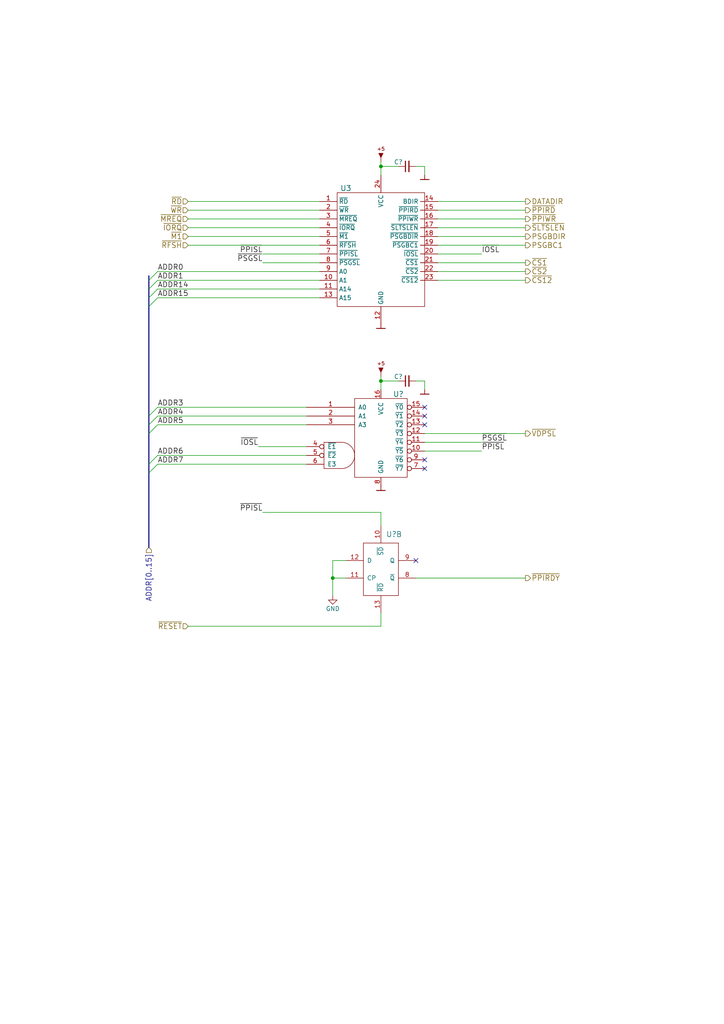
<source format=kicad_sch>
(kicad_sch (version 20211123) (generator eeschema)

  (uuid a6c7f556-10bb-4a6d-b61b-a732ec6fa5cc)

  (paper "A4" portrait)

  (lib_symbols
    (symbol "artemisa:74HC138" (pin_names (offset 1.016)) (in_bom yes) (on_board yes)
      (property "Reference" "U" (id 0) (at 5.08 12.7 0)
        (effects (font (size 1.524 1.524)))
      )
      (property "Value" "74HC138" (id 1) (at 6.35 -12.7 0)
        (effects (font (size 1.524 1.524)))
      )
      (property "Footprint" "" (id 2) (at -21.59 -2.54 90)
        (effects (font (size 1.524 1.524)) hide)
      )
      (property "Datasheet" "" (id 3) (at -21.59 -2.54 90)
        (effects (font (size 1.524 1.524)) hide)
      )
      (symbol "74HC138_0_1"
        (arc (start -11.43 -8.89) (mid -7.62 -5.08) (end -11.43 -1.27)
          (stroke (width 0) (type default) (color 0 0 0 0))
          (fill (type none))
        )
        (rectangle (start -7.62 11.43) (end 7.62 -11.43)
          (stroke (width 0) (type default) (color 0 0 0 0))
          (fill (type none))
        )
        (polyline
          (pts
            (xy -16.51 -1.27)
            (xy -11.43 -1.27)
          )
          (stroke (width 0) (type default) (color 0 0 0 0))
          (fill (type none))
        )
        (polyline
          (pts
            (xy -16.51 -1.27)
            (xy -16.51 -8.89)
            (xy -11.43 -8.89)
          )
          (stroke (width 0) (type default) (color 0 0 0 0))
          (fill (type none))
        )
      )
      (symbol "74HC138_1_1"
        (pin input line (at -21.59 8.89 0) (length 13.97)
          (name "A0" (effects (font (size 1.27 1.27))))
          (number "1" (effects (font (size 1.27 1.27))))
        )
        (pin output inverted (at 12.7 -3.81 180) (length 5.08)
          (name "~{Y5}" (effects (font (size 1.27 1.27))))
          (number "10" (effects (font (size 1.27 1.27))))
        )
        (pin output inverted (at 12.7 -1.27 180) (length 5.08)
          (name "~{Y4}" (effects (font (size 1.27 1.27))))
          (number "11" (effects (font (size 1.27 1.27))))
        )
        (pin output inverted (at 12.7 1.27 180) (length 5.08)
          (name "~{Y3}" (effects (font (size 1.27 1.27))))
          (number "12" (effects (font (size 1.27 1.27))))
        )
        (pin output inverted (at 12.7 3.81 180) (length 5.08)
          (name "~{Y2}" (effects (font (size 1.27 1.27))))
          (number "13" (effects (font (size 1.27 1.27))))
        )
        (pin output inverted (at 12.7 6.35 180) (length 5.08)
          (name "~{Y1}" (effects (font (size 1.27 1.27))))
          (number "14" (effects (font (size 1.27 1.27))))
        )
        (pin output inverted (at 12.7 8.89 180) (length 5.08)
          (name "~{Y0}" (effects (font (size 1.27 1.27))))
          (number "15" (effects (font (size 1.27 1.27))))
        )
        (pin power_in line (at 0 13.97 270) (length 2.54)
          (name "VCC" (effects (font (size 1.27 1.27))))
          (number "16" (effects (font (size 1.27 1.27))))
        )
        (pin input line (at -21.59 6.35 0) (length 13.97)
          (name "A1" (effects (font (size 1.27 1.27))))
          (number "2" (effects (font (size 1.27 1.27))))
        )
        (pin input line (at -21.59 3.81 0) (length 13.97)
          (name "A3" (effects (font (size 1.27 1.27))))
          (number "3" (effects (font (size 1.27 1.27))))
        )
        (pin input inverted (at -21.59 -2.54 0) (length 5.08)
          (name "~{E1}" (effects (font (size 1.27 1.27))))
          (number "4" (effects (font (size 1.27 1.27))))
        )
        (pin input inverted (at -21.59 -5.08 0) (length 5.08)
          (name "~{E2}" (effects (font (size 1.27 1.27))))
          (number "5" (effects (font (size 1.27 1.27))))
        )
        (pin input line (at -21.59 -7.62 0) (length 5.08)
          (name "E3" (effects (font (size 1.27 1.27))))
          (number "6" (effects (font (size 1.27 1.27))))
        )
        (pin output inverted (at 12.7 -8.89 180) (length 5.08)
          (name "~{Y7}" (effects (font (size 1.27 1.27))))
          (number "7" (effects (font (size 1.27 1.27))))
        )
        (pin power_in line (at 0 -13.97 90) (length 2.54)
          (name "GND" (effects (font (size 1.27 1.27))))
          (number "8" (effects (font (size 1.27 1.27))))
        )
        (pin output inverted (at 12.7 -6.35 180) (length 5.08)
          (name "~{Y6}" (effects (font (size 1.27 1.27))))
          (number "9" (effects (font (size 1.27 1.27))))
        )
      )
    )
    (symbol "artemisa:74HC74" (pin_names (offset 1.016)) (in_bom yes) (on_board yes)
      (property "Reference" "U" (id 0) (at 0 15.24 0)
        (effects (font (size 1.524 1.524)))
      )
      (property "Value" "74HC74" (id 1) (at 5.08 -10.16 0)
        (effects (font (size 1.524 1.524)))
      )
      (property "Footprint" "" (id 2) (at 0 -5.08 0)
        (effects (font (size 1.524 1.524)) hide)
      )
      (property "Datasheet" "" (id 3) (at 0 -5.08 0)
        (effects (font (size 1.524 1.524)) hide)
      )
      (symbol "74HC74_1_1"
        (rectangle (start -5.08 7.62) (end 5.08 -7.62)
          (stroke (width 0) (type default) (color 0 0 0 0))
          (fill (type none))
        )
        (pin input line (at 0 -12.7 90) (length 5.08)
          (name "~{RD}" (effects (font (size 1.27 1.27))))
          (number "1" (effects (font (size 1.27 1.27))))
        )
        (pin input line (at -10.16 2.54 0) (length 5.08)
          (name "D" (effects (font (size 1.27 1.27))))
          (number "2" (effects (font (size 1.27 1.27))))
        )
        (pin input line (at -10.16 -2.54 0) (length 5.08)
          (name "CP" (effects (font (size 1.27 1.27))))
          (number "3" (effects (font (size 1.27 1.27))))
        )
        (pin input line (at 0 12.7 270) (length 5.08)
          (name "~{SD}" (effects (font (size 1.27 1.27))))
          (number "4" (effects (font (size 1.27 1.27))))
        )
        (pin output line (at 10.16 2.54 180) (length 5.08)
          (name "Q" (effects (font (size 1.27 1.27))))
          (number "5" (effects (font (size 1.27 1.27))))
        )
        (pin output line (at 10.16 -2.54 180) (length 5.08)
          (name "~{Q}" (effects (font (size 1.27 1.27))))
          (number "6" (effects (font (size 1.27 1.27))))
        )
      )
      (symbol "74HC74_2_1"
        (rectangle (start -5.08 7.62) (end 5.08 -7.62)
          (stroke (width 0) (type default) (color 0 0 0 0))
          (fill (type none))
        )
        (pin input line (at 0 12.7 270) (length 5.08)
          (name "~{SD}" (effects (font (size 1.27 1.27))))
          (number "10" (effects (font (size 1.27 1.27))))
        )
        (pin input line (at -10.16 -2.54 0) (length 5.08)
          (name "CP" (effects (font (size 1.27 1.27))))
          (number "11" (effects (font (size 1.27 1.27))))
        )
        (pin input line (at -10.16 2.54 0) (length 5.08)
          (name "D" (effects (font (size 1.27 1.27))))
          (number "12" (effects (font (size 1.27 1.27))))
        )
        (pin input line (at 0 -12.7 90) (length 5.08)
          (name "~{RD}" (effects (font (size 1.27 1.27))))
          (number "13" (effects (font (size 1.27 1.27))))
        )
        (pin output line (at 10.16 -2.54 180) (length 5.08)
          (name "~{Q}" (effects (font (size 1.27 1.27))))
          (number "8" (effects (font (size 1.27 1.27))))
        )
        (pin output line (at 10.16 2.54 180) (length 5.08)
          (name "Q" (effects (font (size 1.27 1.27))))
          (number "9" (effects (font (size 1.27 1.27))))
        )
      )
      (symbol "74HC74_3_1"
        (rectangle (start -3.81 -5.08) (end 3.81 5.08)
          (stroke (width 0) (type default) (color 0 0 0 0))
          (fill (type none))
        )
        (pin power_in line (at 0 7.62 270) (length 2.54)
          (name "VCC" (effects (font (size 1.27 1.27))))
          (number "14" (effects (font (size 1.27 1.27))))
        )
        (pin power_in line (at 0 -7.62 90) (length 2.54)
          (name "GND" (effects (font (size 1.27 1.27))))
          (number "7" (effects (font (size 1.27 1.27))))
        )
      )
    )
    (symbol "artemisa:Cap" (pin_numbers hide) (pin_names (offset 0.254) hide) (in_bom yes) (on_board yes)
      (property "Reference" "C" (id 0) (at 0.254 1.778 0)
        (effects (font (size 1.27 1.27)) (justify left))
      )
      (property "Value" "Cap" (id 1) (at 0.254 -2.032 0)
        (effects (font (size 1.27 1.27)) (justify left))
      )
      (property "Footprint" "" (id 2) (at 0 0 0)
        (effects (font (size 1.27 1.27)) hide)
      )
      (property "Datasheet" "" (id 3) (at 0 0 0)
        (effects (font (size 1.27 1.27)) hide)
      )
      (property "ki_fp_filters" "C_*" (id 4) (at 0 0 0)
        (effects (font (size 1.27 1.27)) hide)
      )
      (symbol "Cap_0_1"
        (polyline
          (pts
            (xy -1.524 -0.508)
            (xy 1.524 -0.508)
          )
          (stroke (width 0.3302) (type default) (color 0 0 0 0))
          (fill (type none))
        )
        (polyline
          (pts
            (xy -1.524 0.508)
            (xy 1.524 0.508)
          )
          (stroke (width 0.3048) (type default) (color 0 0 0 0))
          (fill (type none))
        )
      )
      (symbol "Cap_1_1"
        (pin passive line (at 0 2.54 270) (length 2.032)
          (name "~" (effects (font (size 1.27 1.27))))
          (number "1" (effects (font (size 1.27 1.27))))
        )
        (pin passive line (at 0 -2.54 90) (length 2.032)
          (name "~" (effects (font (size 1.27 1.27))))
          (number "2" (effects (font (size 1.27 1.27))))
        )
      )
    )
    (symbol "artemisa:GAL_declogic-201" (in_bom yes) (on_board yes)
      (property "Reference" "U" (id 0) (at 6.35 19.05 0)
        (effects (font (size 1.524 1.524)))
      )
      (property "Value" "GAL_declogic-201" (id 1) (at 12.7 -17.78 0)
        (effects (font (size 1.524 1.524)))
      )
      (property "Footprint" "" (id 2) (at 0 -2.54 0)
        (effects (font (size 1.524 1.524)) hide)
      )
      (property "Datasheet" "" (id 3) (at 0 -2.54 0)
        (effects (font (size 1.524 1.524)) hide)
      )
      (symbol "GAL_declogic-201_0_1"
        (rectangle (start -12.7 16.51) (end 12.7 -16.51)
          (stroke (width 0) (type default) (color 0 0 0 0))
          (fill (type none))
        )
      )
      (symbol "GAL_declogic-201_1_1"
        (pin input line (at -17.78 13.97 0) (length 5.08)
          (name "~{RD}" (effects (font (size 1.27 1.27))))
          (number "1" (effects (font (size 1.27 1.27))))
        )
        (pin input line (at -17.78 -8.89 0) (length 5.08)
          (name "A1" (effects (font (size 1.27 1.27))))
          (number "10" (effects (font (size 1.27 1.27))))
        )
        (pin input line (at -17.78 -11.43 0) (length 5.08)
          (name "A14" (effects (font (size 1.27 1.27))))
          (number "11" (effects (font (size 1.27 1.27))))
        )
        (pin power_in line (at 0 -21.59 90) (length 5.08)
          (name "GND" (effects (font (size 1.27 1.27))))
          (number "12" (effects (font (size 1.27 1.27))))
        )
        (pin input line (at -17.78 -13.97 0) (length 5.08)
          (name "A15" (effects (font (size 1.27 1.27))))
          (number "13" (effects (font (size 1.27 1.27))))
        )
        (pin output line (at 16.51 13.97 180) (length 5.08)
          (name "BDIR" (effects (font (size 1.27 1.27))))
          (number "14" (effects (font (size 1.27 1.27))))
        )
        (pin output line (at 16.51 11.43 180) (length 5.08)
          (name "~{PPIRD}" (effects (font (size 1.27 1.27))))
          (number "15" (effects (font (size 1.27 1.27))))
        )
        (pin output line (at 16.51 8.89 180) (length 5.08)
          (name "~{PPIWR}" (effects (font (size 1.27 1.27))))
          (number "16" (effects (font (size 1.27 1.27))))
        )
        (pin output line (at 16.51 6.35 180) (length 5.08)
          (name "~{SLTSLEN}" (effects (font (size 1.27 1.27))))
          (number "17" (effects (font (size 1.27 1.27))))
        )
        (pin output line (at 16.51 3.81 180) (length 5.08)
          (name "~{PSGBDIR}" (effects (font (size 1.27 1.27))))
          (number "18" (effects (font (size 1.27 1.27))))
        )
        (pin output line (at 16.51 1.27 180) (length 5.08)
          (name "~{PSGBC1}" (effects (font (size 1.27 1.27))))
          (number "19" (effects (font (size 1.27 1.27))))
        )
        (pin input line (at -17.78 11.43 0) (length 5.08)
          (name "~{WR}" (effects (font (size 1.27 1.27))))
          (number "2" (effects (font (size 1.27 1.27))))
        )
        (pin output line (at 16.51 -1.27 180) (length 5.08)
          (name "~{IOSL}" (effects (font (size 1.27 1.27))))
          (number "20" (effects (font (size 1.27 1.27))))
        )
        (pin output line (at 16.51 -3.81 180) (length 5.08)
          (name "~{CS1}" (effects (font (size 1.27 1.27))))
          (number "21" (effects (font (size 1.27 1.27))))
        )
        (pin output line (at 16.51 -6.35 180) (length 5.08)
          (name "~{CS2}" (effects (font (size 1.27 1.27))))
          (number "22" (effects (font (size 1.27 1.27))))
        )
        (pin output line (at 16.51 -8.89 180) (length 5.08)
          (name "~{CS12}" (effects (font (size 1.27 1.27))))
          (number "23" (effects (font (size 1.27 1.27))))
        )
        (pin power_in line (at 0 21.59 270) (length 5.08)
          (name "VCC" (effects (font (size 1.27 1.27))))
          (number "24" (effects (font (size 1.27 1.27))))
        )
        (pin input line (at -17.78 8.89 0) (length 5.08)
          (name "~{MREQ}" (effects (font (size 1.27 1.27))))
          (number "3" (effects (font (size 1.27 1.27))))
        )
        (pin input line (at -17.78 6.35 0) (length 5.08)
          (name "~{IORQ}" (effects (font (size 1.27 1.27))))
          (number "4" (effects (font (size 1.27 1.27))))
        )
        (pin input line (at -17.78 3.81 0) (length 5.08)
          (name "~{M1}" (effects (font (size 1.27 1.27))))
          (number "5" (effects (font (size 1.27 1.27))))
        )
        (pin input line (at -17.78 1.27 0) (length 5.08)
          (name "~{RFSH}" (effects (font (size 1.27 1.27))))
          (number "6" (effects (font (size 1.27 1.27))))
        )
        (pin input line (at -17.78 -1.27 0) (length 5.08)
          (name "~{PPISL}" (effects (font (size 1.27 1.27))))
          (number "7" (effects (font (size 1.27 1.27))))
        )
        (pin input line (at -17.78 -3.81 0) (length 5.08)
          (name "~{PSGSL}" (effects (font (size 1.27 1.27))))
          (number "8" (effects (font (size 1.27 1.27))))
        )
        (pin input line (at -17.78 -6.35 0) (length 5.08)
          (name "A0" (effects (font (size 1.27 1.27))))
          (number "9" (effects (font (size 1.27 1.27))))
        )
      )
    )
    (symbol "artemisa:GND" (power) (pin_numbers hide) (pin_names (offset 0) hide) (in_bom yes) (on_board yes)
      (property "Reference" "#PWR" (id 0) (at 0 -2.54 0)
        (effects (font (size 1.524 1.524)) hide)
      )
      (property "Value" "GND" (id 1) (at 0 2.54 0)
        (effects (font (size 1.524 1.524)) hide)
      )
      (property "Footprint" "" (id 2) (at 0 0 0)
        (effects (font (size 1.524 1.524)) hide)
      )
      (property "Datasheet" "" (id 3) (at 0 0 0)
        (effects (font (size 1.524 1.524)) hide)
      )
      (symbol "GND_0_1"
        (polyline
          (pts
            (xy -1.27 -1.27)
            (xy 1.27 -1.27)
          )
          (stroke (width 0.254) (type default) (color 0 0 0 0))
          (fill (type none))
        )
      )
      (symbol "GND_1_1"
        (pin power_in line (at 0 0 270) (length 1.27)
          (name "GND" (effects (font (size 1.27 1.27))))
          (number "~" (effects (font (size 1.27 1.27))))
        )
      )
    )
    (symbol "artemisa:VCC" (power) (pin_numbers hide) (pin_names (offset 0) hide) (in_bom yes) (on_board yes)
      (property "Reference" "#PWR" (id 0) (at 0 -1.27 0)
        (effects (font (size 1.524 1.524)) hide)
      )
      (property "Value" "VCC" (id 1) (at 0 6.35 0)
        (effects (font (size 1.524 1.524)) hide)
      )
      (property "Footprint" "" (id 2) (at 0 0 0)
        (effects (font (size 1.524 1.524)) hide)
      )
      (property "Datasheet" "" (id 3) (at 0 0 0)
        (effects (font (size 1.524 1.524)) hide)
      )
      (symbol "VCC_0_0"
        (text "+5" (at 0 3.81 0)
          (effects (font (size 1.016 1.016)))
        )
      )
      (symbol "VCC_0_1"
        (polyline
          (pts
            (xy 0 1.27)
            (xy 0.635 2.54)
            (xy -0.635 2.54)
            (xy 0 1.27)
          )
          (stroke (width 0) (type default) (color 0 0 0 0))
          (fill (type outline))
        )
      )
      (symbol "VCC_1_1"
        (pin power_in line (at 0 0 90) (length 1.27)
          (name "~" (effects (font (size 1.27 1.27))))
          (number "~" (effects (font (size 1.27 1.27))))
        )
      )
    )
    (symbol "power:GND" (power) (pin_names (offset 0)) (in_bom yes) (on_board yes)
      (property "Reference" "#PWR" (id 0) (at 0 -6.35 0)
        (effects (font (size 1.27 1.27)) hide)
      )
      (property "Value" "GND" (id 1) (at 0 -3.81 0)
        (effects (font (size 1.27 1.27)))
      )
      (property "Footprint" "" (id 2) (at 0 0 0)
        (effects (font (size 1.27 1.27)) hide)
      )
      (property "Datasheet" "" (id 3) (at 0 0 0)
        (effects (font (size 1.27 1.27)) hide)
      )
      (property "ki_keywords" "power-flag" (id 4) (at 0 0 0)
        (effects (font (size 1.27 1.27)) hide)
      )
      (property "ki_description" "Power symbol creates a global label with name \"GND\" , ground" (id 5) (at 0 0 0)
        (effects (font (size 1.27 1.27)) hide)
      )
      (symbol "GND_0_1"
        (polyline
          (pts
            (xy 0 0)
            (xy 0 -1.27)
            (xy 1.27 -1.27)
            (xy 0 -2.54)
            (xy -1.27 -1.27)
            (xy 0 -1.27)
          )
          (stroke (width 0) (type default) (color 0 0 0 0))
          (fill (type none))
        )
      )
      (symbol "GND_1_1"
        (pin power_in line (at 0 0 270) (length 0) hide
          (name "GND" (effects (font (size 1.27 1.27))))
          (number "1" (effects (font (size 1.27 1.27))))
        )
      )
    )
  )

  (junction (at 110.49 110.49) (diameter 0) (color 0 0 0 0)
    (uuid 2dc66f7e-d85d-4081-ae71-fd8851d6aeda)
  )
  (junction (at 96.52 167.64) (diameter 0) (color 0 0 0 0)
    (uuid 6e77d4d6-0239-4c20-98f8-23ae4f71d638)
  )
  (junction (at 110.49 48.26) (diameter 0) (color 0 0 0 0)
    (uuid 82907d2e-4560-49c2-9cfc-01b127317195)
  )

  (no_connect (at 123.19 118.11) (uuid 04d60995-4f82-4f17-8f82-2f27a0a779cc))
  (no_connect (at 123.19 123.19) (uuid 1a813eeb-ee58-4579-81e1-3f9a7227213c))
  (no_connect (at 123.19 135.89) (uuid 621c8eb9-ae87-439a-b350-badb5d559a5a))
  (no_connect (at 120.65 162.56) (uuid 680c3e83-f590-4924-85a1-36d51b076683))
  (no_connect (at 123.19 133.35) (uuid 72cc7949-68f8-4ef8-adcb-a65c1d042672))
  (no_connect (at 123.19 120.65) (uuid f74eb612-4697-4cb4-afe4-9f94828b954d))

  (bus_entry (at 43.18 88.9) (size 2.54 -2.54)
    (stroke (width 0) (type default) (color 0 0 0 0))
    (uuid 01109662-12b4-48a3-b68d-624008909c2a)
  )
  (bus_entry (at 43.18 86.36) (size 2.54 -2.54)
    (stroke (width 0) (type default) (color 0 0 0 0))
    (uuid 0e166909-afb5-4d70-a00b-dd78cd09b084)
  )
  (bus_entry (at 43.18 120.65) (size 2.54 -2.54)
    (stroke (width 0) (type default) (color 0 0 0 0))
    (uuid 414f80f7-b2d5-43c3-a018-819efe44fe30)
  )
  (bus_entry (at 43.18 83.82) (size 2.54 -2.54)
    (stroke (width 0) (type default) (color 0 0 0 0))
    (uuid 84febc35-87fd-4cad-8e04-2b66390cfc12)
  )
  (bus_entry (at 43.18 134.62) (size 2.54 -2.54)
    (stroke (width 0) (type default) (color 0 0 0 0))
    (uuid 9c8eae28-a7c3-4e6a-bd81-98cf70031070)
  )
  (bus_entry (at 43.18 125.73) (size 2.54 -2.54)
    (stroke (width 0) (type default) (color 0 0 0 0))
    (uuid a67dbe3b-ec7d-4ea5-b0e5-715c5263d8da)
  )
  (bus_entry (at 43.18 123.19) (size 2.54 -2.54)
    (stroke (width 0) (type default) (color 0 0 0 0))
    (uuid c480dba7-51ff-4a4f-9251-e48b2784c64a)
  )
  (bus_entry (at 43.18 137.16) (size 2.54 -2.54)
    (stroke (width 0) (type default) (color 0 0 0 0))
    (uuid d8370835-89ad-4b62-9f40-d0c10470788a)
  )
  (bus_entry (at 43.18 81.28) (size 2.54 -2.54)
    (stroke (width 0) (type default) (color 0 0 0 0))
    (uuid eb7e294c-b398-413b-8b78-85a66ed5f3ea)
  )

  (wire (pts (xy 110.49 177.8) (xy 110.49 181.61))
    (stroke (width 0) (type default) (color 0 0 0 0))
    (uuid 042fe62b-53aa-4e86-97d0-9ccb1e16a895)
  )
  (wire (pts (xy 110.49 148.59) (xy 110.49 152.4))
    (stroke (width 0) (type default) (color 0 0 0 0))
    (uuid 0cc094e7-c1c0-457d-bd94-3db91c23be55)
  )
  (wire (pts (xy 45.72 86.36) (xy 92.71 86.36))
    (stroke (width 0) (type default) (color 0 0 0 0))
    (uuid 0d095387-710d-4633-a6c3-04eab60b585a)
  )
  (wire (pts (xy 123.19 110.49) (xy 123.19 113.03))
    (stroke (width 0) (type default) (color 0 0 0 0))
    (uuid 0ff398d7-e6e2-4972-a7a4-438407886f34)
  )
  (wire (pts (xy 127 60.96) (xy 152.4 60.96))
    (stroke (width 0) (type default) (color 0 0 0 0))
    (uuid 10fa1a8c-62cb-4b8f-b916-b18d737ff71b)
  )
  (wire (pts (xy 45.72 132.08) (xy 88.9 132.08))
    (stroke (width 0) (type default) (color 0 0 0 0))
    (uuid 19515fa4-c166-4b6e-837d-c01a89e98000)
  )
  (bus (pts (xy 43.18 81.28) (xy 43.18 83.82))
    (stroke (width 0) (type default) (color 0 0 0 0))
    (uuid 1c6e452a-3519-4b92-98f5-9c74f0717054)
  )

  (wire (pts (xy 127 68.58) (xy 152.4 68.58))
    (stroke (width 0) (type default) (color 0 0 0 0))
    (uuid 2151a218-87ec-4d43-b5fa-736242c52602)
  )
  (wire (pts (xy 54.61 58.42) (xy 92.71 58.42))
    (stroke (width 0) (type default) (color 0 0 0 0))
    (uuid 2276ec6c-cdcc-4369-86b4-8267d991001e)
  )
  (wire (pts (xy 92.71 76.2) (xy 76.2 76.2))
    (stroke (width 0) (type default) (color 0 0 0 0))
    (uuid 23345f3e-d08d-4834-b1dc-64de02569916)
  )
  (wire (pts (xy 92.71 60.96) (xy 54.61 60.96))
    (stroke (width 0) (type default) (color 0 0 0 0))
    (uuid 29987966-1d19-4068-93f6-a61cdfb40ffa)
  )
  (bus (pts (xy 43.18 83.82) (xy 43.18 86.36))
    (stroke (width 0) (type default) (color 0 0 0 0))
    (uuid 2e44eb9d-5214-4281-b589-6f1d5d809dae)
  )

  (wire (pts (xy 96.52 172.72) (xy 96.52 167.64))
    (stroke (width 0) (type default) (color 0 0 0 0))
    (uuid 35343f32-90ff-4059-a108-111fb444c3d2)
  )
  (wire (pts (xy 45.72 118.11) (xy 88.9 118.11))
    (stroke (width 0) (type default) (color 0 0 0 0))
    (uuid 40b38567-9d6a-4691-bccf-1b4dbe39957b)
  )
  (wire (pts (xy 45.72 134.62) (xy 88.9 134.62))
    (stroke (width 0) (type default) (color 0 0 0 0))
    (uuid 43f341b3-06e9-4e7a-a26e-5365b89d76bf)
  )
  (bus (pts (xy 43.18 80.01) (xy 43.18 81.28))
    (stroke (width 0) (type default) (color 0 0 0 0))
    (uuid 45a58c23-3e6d-4df0-af01-6d5948b0075c)
  )

  (wire (pts (xy 96.52 162.56) (xy 100.33 162.56))
    (stroke (width 0) (type default) (color 0 0 0 0))
    (uuid 4b982f8b-ca29-4ebf-88fc-8a50b24e0802)
  )
  (wire (pts (xy 127 71.12) (xy 152.4 71.12))
    (stroke (width 0) (type default) (color 0 0 0 0))
    (uuid 4c8704fa-310a-4c01-8dc1-2b7e2727fea0)
  )
  (wire (pts (xy 127 63.5) (xy 152.4 63.5))
    (stroke (width 0) (type default) (color 0 0 0 0))
    (uuid 4d51bc15-1f84-46be-8e16-e836b10f854e)
  )
  (wire (pts (xy 92.71 78.74) (xy 45.72 78.74))
    (stroke (width 0) (type default) (color 0 0 0 0))
    (uuid 5099f397-6fe7-454f-899c-34e2b5f22ca7)
  )
  (wire (pts (xy 76.2 148.59) (xy 110.49 148.59))
    (stroke (width 0) (type default) (color 0 0 0 0))
    (uuid 5dbda758-e74b-4ccf-ad68-495d537d68ba)
  )
  (wire (pts (xy 54.61 63.5) (xy 92.71 63.5))
    (stroke (width 0) (type default) (color 0 0 0 0))
    (uuid 6ba19f6c-fa3a-4bf3-8c57-119de0f02b65)
  )
  (wire (pts (xy 45.72 123.19) (xy 88.9 123.19))
    (stroke (width 0) (type default) (color 0 0 0 0))
    (uuid 6f44a349-1ba9-4965-b217-aa1589a07228)
  )
  (wire (pts (xy 127 76.2) (xy 152.4 76.2))
    (stroke (width 0) (type default) (color 0 0 0 0))
    (uuid 7114de55-86d9-46c1-a412-07f5eb895435)
  )
  (bus (pts (xy 43.18 88.9) (xy 43.18 120.65))
    (stroke (width 0) (type default) (color 0 0 0 0))
    (uuid 716e5416-b330-423a-811f-046a4ee64f5e)
  )

  (wire (pts (xy 127 81.28) (xy 152.4 81.28))
    (stroke (width 0) (type default) (color 0 0 0 0))
    (uuid 750e60a2-e808-4253-8275-b79930fb2714)
  )
  (wire (pts (xy 92.71 71.12) (xy 54.61 71.12))
    (stroke (width 0) (type default) (color 0 0 0 0))
    (uuid 799d9f4a-bb6b-44d5-9f4c-3a30db59943d)
  )
  (bus (pts (xy 43.18 137.16) (xy 43.18 158.75))
    (stroke (width 0) (type default) (color 0 0 0 0))
    (uuid 7e881b05-98b1-4290-99fa-d895271485f2)
  )

  (wire (pts (xy 115.57 48.26) (xy 110.49 48.26))
    (stroke (width 0) (type default) (color 0 0 0 0))
    (uuid 80ace02d-cb21-4f08-bc25-572a9e56ff99)
  )
  (wire (pts (xy 110.49 109.22) (xy 110.49 110.49))
    (stroke (width 0) (type default) (color 0 0 0 0))
    (uuid 929c74c0-78bf-4efe-a778-fa328e951865)
  )
  (wire (pts (xy 123.19 48.26) (xy 123.19 50.8))
    (stroke (width 0) (type default) (color 0 0 0 0))
    (uuid 93afd2e8-e16c-4e06-b872-cf0e624aee35)
  )
  (wire (pts (xy 96.52 167.64) (xy 96.52 162.56))
    (stroke (width 0) (type default) (color 0 0 0 0))
    (uuid 9666bb6a-0c1d-4c92-be6d-94a465ec5c51)
  )
  (bus (pts (xy 43.18 134.62) (xy 43.18 137.16))
    (stroke (width 0) (type default) (color 0 0 0 0))
    (uuid 9d6f01bf-507b-4b70-82a7-182a04da9e3f)
  )

  (wire (pts (xy 127 58.42) (xy 152.4 58.42))
    (stroke (width 0) (type default) (color 0 0 0 0))
    (uuid 9e18f8b3-9e1a-4022-9224-10c12ca8a28d)
  )
  (bus (pts (xy 43.18 125.73) (xy 43.18 134.62))
    (stroke (width 0) (type default) (color 0 0 0 0))
    (uuid 9e8cf55f-aa42-463b-a91a-de04527fe165)
  )

  (wire (pts (xy 92.71 66.04) (xy 54.61 66.04))
    (stroke (width 0) (type default) (color 0 0 0 0))
    (uuid 9f95f1fc-aa31-4ce6-996a-4b385731d8eb)
  )
  (wire (pts (xy 120.65 48.26) (xy 123.19 48.26))
    (stroke (width 0) (type default) (color 0 0 0 0))
    (uuid a09cb1c4-cc63-49c7-a35f-4b80c3ba2217)
  )
  (wire (pts (xy 45.72 81.28) (xy 92.71 81.28))
    (stroke (width 0) (type default) (color 0 0 0 0))
    (uuid a12b751e-ae7a-468c-af3d-31ed4d501b01)
  )
  (wire (pts (xy 54.61 68.58) (xy 92.71 68.58))
    (stroke (width 0) (type default) (color 0 0 0 0))
    (uuid ab0ea55a-63b3-4ece-836d-2844713a821f)
  )
  (wire (pts (xy 110.49 48.26) (xy 110.49 50.8))
    (stroke (width 0) (type default) (color 0 0 0 0))
    (uuid ab34b936-8ca5-4be1-8599-504cb86609fc)
  )
  (bus (pts (xy 43.18 123.19) (xy 43.18 125.73))
    (stroke (width 0) (type default) (color 0 0 0 0))
    (uuid ae93933d-bd7e-4401-b9d9-e5d7ebc1523c)
  )

  (wire (pts (xy 88.9 120.65) (xy 45.72 120.65))
    (stroke (width 0) (type default) (color 0 0 0 0))
    (uuid b45059f3-613f-4b7a-a70a-ed75a9e941e6)
  )
  (wire (pts (xy 110.49 110.49) (xy 110.49 113.03))
    (stroke (width 0) (type default) (color 0 0 0 0))
    (uuid b606e532-e4c7-444d-b9ff-879f52cfde92)
  )
  (wire (pts (xy 54.61 181.61) (xy 110.49 181.61))
    (stroke (width 0) (type default) (color 0 0 0 0))
    (uuid b853d9ac-7829-468f-99ac-dc9996502e94)
  )
  (wire (pts (xy 76.2 73.66) (xy 92.71 73.66))
    (stroke (width 0) (type default) (color 0 0 0 0))
    (uuid c220da05-2a98-47be-9327-0c73c5263c41)
  )
  (wire (pts (xy 110.49 46.99) (xy 110.49 48.26))
    (stroke (width 0) (type default) (color 0 0 0 0))
    (uuid c38f28b6-5bd4-4cf9-b273-1e7b230f6b42)
  )
  (wire (pts (xy 127 66.04) (xy 152.4 66.04))
    (stroke (width 0) (type default) (color 0 0 0 0))
    (uuid cd48b13f-c989-4ac1-a7f0-053afcd77527)
  )
  (wire (pts (xy 120.65 110.49) (xy 123.19 110.49))
    (stroke (width 0) (type default) (color 0 0 0 0))
    (uuid d372e2ac-d81e-48b7-8c55-9bbe58eeffc3)
  )
  (wire (pts (xy 115.57 110.49) (xy 110.49 110.49))
    (stroke (width 0) (type default) (color 0 0 0 0))
    (uuid d5a7688c-7438-4b6d-999f-4f2a3cb18fd6)
  )
  (wire (pts (xy 120.65 167.64) (xy 152.4 167.64))
    (stroke (width 0) (type default) (color 0 0 0 0))
    (uuid e07e1653-d05d-4bf2-bea3-6515a06de065)
  )
  (wire (pts (xy 123.19 130.81) (xy 139.7 130.81))
    (stroke (width 0) (type default) (color 0 0 0 0))
    (uuid e0b36e60-bb2b-489c-a764-1b81e551ce62)
  )
  (wire (pts (xy 100.33 167.64) (xy 96.52 167.64))
    (stroke (width 0) (type default) (color 0 0 0 0))
    (uuid e46ecd61-0bbe-4b9f-a151-a2cacac5967b)
  )
  (wire (pts (xy 127 78.74) (xy 152.4 78.74))
    (stroke (width 0) (type default) (color 0 0 0 0))
    (uuid e7376da1-2f59-4570-81e8-46fca0289df0)
  )
  (wire (pts (xy 92.71 83.82) (xy 45.72 83.82))
    (stroke (width 0) (type default) (color 0 0 0 0))
    (uuid ea7c53f9-3aa8-4198-9879-de95a5257915)
  )
  (wire (pts (xy 74.93 129.54) (xy 88.9 129.54))
    (stroke (width 0) (type default) (color 0 0 0 0))
    (uuid f48f1d12-9008-4743-81e2-bdec45db64a1)
  )
  (bus (pts (xy 43.18 86.36) (xy 43.18 88.9))
    (stroke (width 0) (type default) (color 0 0 0 0))
    (uuid f55b2315-ffcf-45cb-b8d5-dd0439b81933)
  )

  (wire (pts (xy 127 73.66) (xy 139.7 73.66))
    (stroke (width 0) (type default) (color 0 0 0 0))
    (uuid f879c0e8-5893-4eb4-8e59-2292a632100f)
  )
  (wire (pts (xy 139.7 128.27) (xy 123.19 128.27))
    (stroke (width 0) (type default) (color 0 0 0 0))
    (uuid fab1abc4-c49d-4b88-8c7f-939d7feb7b6c)
  )
  (wire (pts (xy 123.19 125.73) (xy 152.4 125.73))
    (stroke (width 0) (type default) (color 0 0 0 0))
    (uuid fb191df4-267d-4797-80dd-be346b8eeb99)
  )
  (bus (pts (xy 43.18 120.65) (xy 43.18 123.19))
    (stroke (width 0) (type default) (color 0 0 0 0))
    (uuid ff8c2871-7c9b-4de3-baec-30db09fd1a6f)
  )

  (label "~{PPISL}" (at 76.2 73.66 180)
    (effects (font (size 1.524 1.524)) (justify right bottom))
    (uuid 0fc912fd-5036-4a55-b598-a9af40810824)
  )
  (label "ADDR0" (at 45.72 78.74 0)
    (effects (font (size 1.524 1.524)) (justify left bottom))
    (uuid 1b5a32e4-0b8e-4f38-b679-71dc277c2087)
  )
  (label "~{IOSL}" (at 139.7 73.66 0)
    (effects (font (size 1.524 1.524)) (justify left bottom))
    (uuid 29cd9e70-9b68-44f7-96b2-fe993c246832)
  )
  (label "~{PPISL}" (at 139.7 130.81 0)
    (effects (font (size 1.524 1.524)) (justify left bottom))
    (uuid 2a6ee718-8cdf-4fa6-be7c-8fe885d98fd7)
  )
  (label "ADDR7" (at 45.72 134.62 0)
    (effects (font (size 1.524 1.524)) (justify left bottom))
    (uuid 3c66e6e2-f12d-4b23-910e-e478d272dfd5)
  )
  (label "ADDR1" (at 45.72 81.28 0)
    (effects (font (size 1.524 1.524)) (justify left bottom))
    (uuid 494d4ce3-60c4-4021-8bd1-ab41a12b14ed)
  )
  (label "~{PSGSL}" (at 76.2 76.2 180)
    (effects (font (size 1.524 1.524)) (justify right bottom))
    (uuid 55cff608-ab38-48d9-ac09-2d0a877ceca1)
  )
  (label "ADDR15" (at 45.72 86.36 0)
    (effects (font (size 1.524 1.524)) (justify left bottom))
    (uuid 5a889284-4c9f-49be-8f02-e43e18550914)
  )
  (label "~{IOSL}" (at 74.93 129.54 180)
    (effects (font (size 1.524 1.524)) (justify right bottom))
    (uuid 6474aa6c-825c-4f0f-9938-759b68df02a5)
  )
  (label "ADDR6" (at 45.72 132.08 0)
    (effects (font (size 1.524 1.524)) (justify left bottom))
    (uuid 6b69fc79-c78f-4df1-9a05-c51d4173705f)
  )
  (label "ADDR3" (at 45.72 118.11 0)
    (effects (font (size 1.524 1.524)) (justify left bottom))
    (uuid a419542a-0c78-421e-9ac7-81d3afba6186)
  )
  (label "ADDR4" (at 45.72 120.65 0)
    (effects (font (size 1.524 1.524)) (justify left bottom))
    (uuid bc1d5740-b0c7-4566-95b0-470ac47a1fb3)
  )
  (label "ADDR14" (at 45.72 83.82 0)
    (effects (font (size 1.524 1.524)) (justify left bottom))
    (uuid dc7523a5-4408-4a51-bc92-6a47a538c094)
  )
  (label "ADDR5" (at 45.72 123.19 0)
    (effects (font (size 1.524 1.524)) (justify left bottom))
    (uuid eb1b2aa2-a3cc-4a96-87ec-70fcae365f0f)
  )
  (label "~{PSGSL}" (at 139.7 128.27 0)
    (effects (font (size 1.524 1.524)) (justify left bottom))
    (uuid f2392fe0-54af-4e02-8793-9ba2471944b5)
  )
  (label "~{PPISL}" (at 76.2 148.59 180)
    (effects (font (size 1.524 1.524)) (justify right bottom))
    (uuid f47374c3-cb2a-4769-880f-830c9b19222e)
  )

  (hierarchical_label "DATADIR" (shape output) (at 152.4 58.42 0)
    (effects (font (size 1.524 1.524)) (justify left))
    (uuid 16d5bf81-590a-4149-97e0-64f3b3ad6f52)
  )
  (hierarchical_label "~{M1}" (shape input) (at 54.61 68.58 180)
    (effects (font (size 1.524 1.524)) (justify right))
    (uuid 2d16cb66-2809-411d-912c-d3db0f48bd04)
  )
  (hierarchical_label "~{PPIWR}" (shape output) (at 152.4 63.5 0)
    (effects (font (size 1.524 1.524)) (justify left))
    (uuid 2d4d8c24-5b38-445b-8733-2a81ba21d33e)
  )
  (hierarchical_label "~{PPIRDY}" (shape output) (at 152.4 167.64 0)
    (effects (font (size 1.524 1.524)) (justify left))
    (uuid 2e6b1f7e-e4c3-43a1-ae90-c85aa40696d5)
  )
  (hierarchical_label "~{WR}" (shape input) (at 54.61 60.96 180)
    (effects (font (size 1.524 1.524)) (justify right))
    (uuid 5fe7a4eb-9f04-4df6-a1fa-36c071e280d7)
  )
  (hierarchical_label "~{RFSH}" (shape input) (at 54.61 71.12 180)
    (effects (font (size 1.524 1.524)) (justify right))
    (uuid 64256223-cf3b-4a78-97d3-f1dca769968f)
  )
  (hierarchical_label "PSGBDIR" (shape output) (at 152.4 68.58 0)
    (effects (font (size 1.524 1.524)) (justify left))
    (uuid 6aa022fb-09ce-49d9-86b1-c73b3ee817e2)
  )
  (hierarchical_label "~{IORQ}" (shape input) (at 54.61 66.04 180)
    (effects (font (size 1.524 1.524)) (justify right))
    (uuid 7806469b-c133-4e19-b2d5-f2b690b4b2f3)
  )
  (hierarchical_label "~{SLTSLEN}" (shape output) (at 152.4 66.04 0)
    (effects (font (size 1.524 1.524)) (justify left))
    (uuid 7e498af5-a41b-4f8f-8a13-10c00a9160aa)
  )
  (hierarchical_label "~{RD}" (shape input) (at 54.61 58.42 180)
    (effects (font (size 1.524 1.524)) (justify right))
    (uuid 90fa0465-7fe5-474b-8e7c-9f955c02a0f6)
  )
  (hierarchical_label "~{CS2}" (shape output) (at 152.4 78.74 0)
    (effects (font (size 1.524 1.524)) (justify left))
    (uuid a10b569c-d672-485d-9c05-2cb4795deeca)
  )
  (hierarchical_label "~{PPIRD}" (shape output) (at 152.4 60.96 0)
    (effects (font (size 1.524 1.524)) (justify left))
    (uuid a6891c49-3648-41ce-811e-fccb4c4653af)
  )
  (hierarchical_label "PSGBC1" (shape output) (at 152.4 71.12 0)
    (effects (font (size 1.524 1.524)) (justify left))
    (uuid a6dc1180-19c4-432b-af49-fc9179bb4519)
  )
  (hierarchical_label "~{VDPSL}" (shape output) (at 152.4 125.73 0)
    (effects (font (size 1.524 1.524)) (justify left))
    (uuid b2001159-b6cb-4000-85f5-34f6c410920f)
  )
  (hierarchical_label "~{CS1}" (shape output) (at 152.4 76.2 0)
    (effects (font (size 1.524 1.524)) (justify left))
    (uuid b21625e3-a75b-41d7-9f13-4c0e12ba16cb)
  )
  (hierarchical_label "ADDR[0..15]" (shape input) (at 43.18 158.75 270)
    (effects (font (size 1.524 1.524)) (justify right))
    (uuid b754bfb3-a198-47be-8e7b-61bec885a5db)
  )
  (hierarchical_label "~{RESET}" (shape input) (at 54.61 181.61 180)
    (effects (font (size 1.524 1.524)) (justify right))
    (uuid c10ace36-a93c-4c08-ac75-059ef9e1f71c)
  )
  (hierarchical_label "~{CS12}" (shape output) (at 152.4 81.28 0)
    (effects (font (size 1.524 1.524)) (justify left))
    (uuid db902262-2864-4997-aeff-8abaa132424a)
  )
  (hierarchical_label "~{MREQ}" (shape input) (at 54.61 63.5 180)
    (effects (font (size 1.524 1.524)) (justify right))
    (uuid df93f76b-86da-45ae-87e2-4b691af12b00)
  )

  (symbol (lib_id "artemisa:74HC138") (at 110.49 127 0) (unit 1)
    (in_bom yes) (on_board yes)
    (uuid 00000000-0000-0000-0000-00005c0ee05e)
    (property "Reference" "U?" (id 0) (at 115.57 114.3 0)
      (effects (font (size 1.524 1.524)))
    )
    (property "Value" "" (id 1) (at 116.84 139.7 0)
      (effects (font (size 1.524 1.524)))
    )
    (property "Footprint" "" (id 2) (at 88.9 129.54 90)
      (effects (font (size 1.524 1.524)) hide)
    )
    (property "Datasheet" "" (id 3) (at 88.9 129.54 90)
      (effects (font (size 1.524 1.524)) hide)
    )
    (pin "1" (uuid 440e56b8-e696-4feb-9521-3e1f16f39a02))
    (pin "10" (uuid f47c3c15-40d1-43fc-bdc9-d0d6b42f19ab))
    (pin "11" (uuid 25b9bd59-5e1d-4f98-99d2-d7e767a14be0))
    (pin "12" (uuid c9b0f093-79f7-44a9-9a01-140d009dab54))
    (pin "13" (uuid e11a3537-54f2-4cd9-a01e-8d25f34fd41b))
    (pin "14" (uuid 95b9926a-6923-4d22-94a9-a7e0924d3712))
    (pin "15" (uuid 4824cc17-4fe1-4945-ad51-0aeea24cae8e))
    (pin "16" (uuid 9b0f93ef-a45a-4738-a37f-ee43c3ce3020))
    (pin "2" (uuid 08402209-d3fd-42d4-8065-6a77e812c43c))
    (pin "3" (uuid 6fed9995-8ff3-4083-85d0-0bba783437a3))
    (pin "4" (uuid 1ce35f55-7b10-4f85-a37b-4d1001366d27))
    (pin "5" (uuid f85a42e4-203a-4e25-98e4-36d444206b66))
    (pin "6" (uuid ba9f795f-8c46-48a3-ba64-f5c3f70c3f24))
    (pin "7" (uuid 6d82f96f-5cd4-4338-b574-ad84bd842bec))
    (pin "8" (uuid aa8a688f-5fa8-4705-b079-d93e40bd66a2))
    (pin "9" (uuid 8a9dd820-4ec5-4959-94a2-489c1e5fdf0f))
  )

  (symbol (lib_id "artemisa:74HC74") (at 110.49 165.1 0) (unit 2)
    (in_bom yes) (on_board yes)
    (uuid 00000000-0000-0000-0000-00005c1daaf5)
    (property "Reference" "U?" (id 0) (at 114.3 154.94 0)
      (effects (font (size 1.524 1.524)))
    )
    (property "Value" "" (id 1) (at 115.57 175.26 0)
      (effects (font (size 1.524 1.524)))
    )
    (property "Footprint" "" (id 2) (at 110.49 170.18 0)
      (effects (font (size 1.524 1.524)) hide)
    )
    (property "Datasheet" "" (id 3) (at 110.49 170.18 0)
      (effects (font (size 1.524 1.524)) hide)
    )
    (pin "1" (uuid 316172bf-52bc-46b4-adac-2d48a0e34563))
    (pin "2" (uuid bda69756-c3f2-469b-b8db-4654be9ef247))
    (pin "3" (uuid d7f30e11-d126-4e7b-a554-c013237d8438))
    (pin "4" (uuid 2449ad7e-7c10-430f-8adf-47601bb4af79))
    (pin "5" (uuid 376ca56a-29ee-4f83-81b0-a39eae9d6ea3))
    (pin "6" (uuid 2712dda9-3574-49ce-a5b9-b0a2035d3a7b))
    (pin "10" (uuid 5a741757-8f38-48f3-8f47-a8be71ee539a))
    (pin "11" (uuid b2a70cb2-3ea0-4d7a-83e9-2996d0cf206b))
    (pin "12" (uuid a565fbe1-90b3-4bf4-85a9-0bf50a5110f2))
    (pin "13" (uuid f0252edc-e8f7-43bb-bd44-03523a4233fa))
    (pin "8" (uuid fee6e0a9-3581-4681-828a-d7e7c0b72a48))
    (pin "9" (uuid cc1b77af-799a-48de-a9a3-c6ffc84bdf10))
    (pin "14" (uuid 8f49d87f-befd-444f-8bc1-dc45adf26600))
    (pin "7" (uuid f25683b1-1686-4fa1-8724-b9fecbc674e7))
  )

  (symbol (lib_id "power:GND") (at 96.52 172.72 0) (unit 1)
    (in_bom yes) (on_board yes)
    (uuid 00000000-0000-0000-0000-00005c1daaff)
    (property "Reference" "#PWR?" (id 0) (at 96.52 179.07 0)
      (effects (font (size 1.27 1.27)) hide)
    )
    (property "Value" "" (id 1) (at 96.52 176.53 0))
    (property "Footprint" "" (id 2) (at 96.52 172.72 0)
      (effects (font (size 1.27 1.27)) hide)
    )
    (property "Datasheet" "" (id 3) (at 96.52 172.72 0)
      (effects (font (size 1.27 1.27)) hide)
    )
    (pin "1" (uuid 5310e544-c28f-4fe1-8665-5377bc79757f))
  )

  (symbol (lib_id "artemisa:GND") (at 110.49 140.97 0) (unit 1)
    (in_bom yes) (on_board yes)
    (uuid 00000000-0000-0000-0000-00005cc89243)
    (property "Reference" "#PWR0133" (id 0) (at 110.49 143.51 0)
      (effects (font (size 1.524 1.524)) hide)
    )
    (property "Value" "" (id 1) (at 110.49 138.43 0)
      (effects (font (size 1.524 1.524)) hide)
    )
    (property "Footprint" "" (id 2) (at 110.49 140.97 0)
      (effects (font (size 1.524 1.524)) hide)
    )
    (property "Datasheet" "" (id 3) (at 110.49 140.97 0)
      (effects (font (size 1.524 1.524)) hide)
    )
    (pin "~" (uuid 7cba27a8-b26c-4e33-ad8e-83f2f8589f1f))
  )

  (symbol (lib_id "artemisa:VCC") (at 110.49 109.22 0) (unit 1)
    (in_bom yes) (on_board yes)
    (uuid 00000000-0000-0000-0000-00005cc8a1ff)
    (property "Reference" "#PWR0131" (id 0) (at 110.49 110.49 0)
      (effects (font (size 1.524 1.524)) hide)
    )
    (property "Value" "" (id 1) (at 110.49 102.87 0)
      (effects (font (size 1.524 1.524)) hide)
    )
    (property "Footprint" "" (id 2) (at 110.49 109.22 0)
      (effects (font (size 1.524 1.524)) hide)
    )
    (property "Datasheet" "" (id 3) (at 110.49 109.22 0)
      (effects (font (size 1.524 1.524)) hide)
    )
    (pin "~" (uuid 915226b4-fe40-4872-bc2a-395b435a2e92))
  )

  (symbol (lib_id "artemisa:Cap") (at 118.11 110.49 90) (unit 1)
    (in_bom yes) (on_board yes)
    (uuid 00000000-0000-0000-0000-00005cca1af7)
    (property "Reference" "C?" (id 0) (at 116.84 109.22 90)
      (effects (font (size 1.27 1.27)) (justify left))
    )
    (property "Value" "" (id 1) (at 125.73 109.22 90)
      (effects (font (size 1.27 1.27)) (justify left))
    )
    (property "Footprint" "" (id 2) (at 118.11 110.49 0)
      (effects (font (size 1.27 1.27)) hide)
    )
    (property "Datasheet" "" (id 3) (at 118.11 110.49 0)
      (effects (font (size 1.27 1.27)) hide)
    )
    (pin "1" (uuid c6977593-c5f4-459e-8b7a-4f90bdf9afd8))
    (pin "2" (uuid 29b48e50-7d55-4e3d-a539-4a2586bb6a12))
  )

  (symbol (lib_id "artemisa:GND") (at 123.19 113.03 0) (unit 1)
    (in_bom yes) (on_board yes)
    (uuid 00000000-0000-0000-0000-00005ccae077)
    (property "Reference" "#PWR0132" (id 0) (at 123.19 115.57 0)
      (effects (font (size 1.524 1.524)) hide)
    )
    (property "Value" "" (id 1) (at 123.19 110.49 0)
      (effects (font (size 1.524 1.524)) hide)
    )
    (property "Footprint" "" (id 2) (at 123.19 113.03 0)
      (effects (font (size 1.524 1.524)) hide)
    )
    (property "Datasheet" "" (id 3) (at 123.19 113.03 0)
      (effects (font (size 1.524 1.524)) hide)
    )
    (pin "~" (uuid f4ba32ab-ab3d-4753-a0b7-a2a898ba4b27))
  )

  (symbol (lib_id "artemisa:GAL_declogic-201") (at 110.49 72.39 0) (unit 1)
    (in_bom yes) (on_board yes)
    (uuid 00000000-0000-0000-0000-00005ecda474)
    (property "Reference" "U3" (id 0) (at 100.33 54.61 0)
      (effects (font (size 1.524 1.524)))
    )
    (property "Value" "" (id 1) (at 123.19 91.44 0)
      (effects (font (size 1.524 1.524)))
    )
    (property "Footprint" "" (id 2) (at 110.49 74.93 0)
      (effects (font (size 1.524 1.524)) hide)
    )
    (property "Datasheet" "" (id 3) (at 110.49 74.93 0)
      (effects (font (size 1.524 1.524)) hide)
    )
    (pin "1" (uuid 55e5b7d2-eb43-4f5b-9f89-b1eff1e119d9))
    (pin "10" (uuid 169ff030-0e51-4ebc-85c7-e586ef119eec))
    (pin "11" (uuid f50dd647-c734-445d-8b14-8c68d6377091))
    (pin "12" (uuid 1200673d-b2ca-414e-bac3-885bbdf7d3d1))
    (pin "13" (uuid d5f0102a-ccd2-481d-aac9-a500663069d8))
    (pin "14" (uuid 8dbd1a68-f406-4c7f-8b06-9547e6122f38))
    (pin "15" (uuid b3ed612d-4b95-418f-bfae-ed954c910011))
    (pin "16" (uuid 946ab5b8-e96e-4804-a78e-a4b89c867544))
    (pin "17" (uuid 2bb33282-4f9f-4778-8fe0-6f53edcd3452))
    (pin "18" (uuid b0417074-2887-4d2d-b55d-004cff435a65))
    (pin "19" (uuid 02d9daae-b6cd-4a84-8ffb-baec648fb565))
    (pin "2" (uuid d4d7af4a-bdba-41a7-93c2-da79d93aaec5))
    (pin "20" (uuid f63f3c64-d980-4ae0-b129-a351881a850f))
    (pin "21" (uuid 19947266-d718-4a7e-8ce7-a9e04db709cf))
    (pin "22" (uuid 835102f4-9b14-413b-a145-1f010f51931f))
    (pin "23" (uuid c031f799-3699-4973-829d-1bc94d1dc5d0))
    (pin "24" (uuid 9a2b75a3-2170-46bd-a4ae-f41d05639556))
    (pin "3" (uuid 172ae4b5-4844-4ae8-a220-06196fc931d3))
    (pin "4" (uuid f232b395-a0ab-4461-b901-fad8834664e8))
    (pin "5" (uuid 42d1103b-01a9-4ce4-8c43-2c32be677f5a))
    (pin "6" (uuid 3c1baf09-a0fa-4d5b-9e19-dad36989c504))
    (pin "7" (uuid 38283c07-56ee-45a4-9359-035eeacc2402))
    (pin "8" (uuid a771c02c-8b53-42d8-99ed-0a81252d0009))
    (pin "9" (uuid 92f3f87e-5e1a-419d-afde-68dd17a44605))
  )

  (symbol (lib_id "artemisa:GND") (at 110.49 93.98 0) (unit 1)
    (in_bom yes) (on_board yes)
    (uuid 00000000-0000-0000-0000-00005ed1397c)
    (property "Reference" "#PWR0128" (id 0) (at 110.49 96.52 0)
      (effects (font (size 1.524 1.524)) hide)
    )
    (property "Value" "" (id 1) (at 110.49 91.44 0)
      (effects (font (size 1.524 1.524)) hide)
    )
    (property "Footprint" "" (id 2) (at 110.49 93.98 0)
      (effects (font (size 1.524 1.524)) hide)
    )
    (property "Datasheet" "" (id 3) (at 110.49 93.98 0)
      (effects (font (size 1.524 1.524)) hide)
    )
    (pin "~" (uuid 7e540c88-b84d-4388-8437-b417fdc7497f))
  )

  (symbol (lib_id "artemisa:VCC") (at 110.49 46.99 0) (unit 1)
    (in_bom yes) (on_board yes)
    (uuid 00000000-0000-0000-0000-00005ed14d7d)
    (property "Reference" "#PWR0129" (id 0) (at 110.49 48.26 0)
      (effects (font (size 1.524 1.524)) hide)
    )
    (property "Value" "" (id 1) (at 110.49 40.64 0)
      (effects (font (size 1.524 1.524)) hide)
    )
    (property "Footprint" "" (id 2) (at 110.49 46.99 0)
      (effects (font (size 1.524 1.524)) hide)
    )
    (property "Datasheet" "" (id 3) (at 110.49 46.99 0)
      (effects (font (size 1.524 1.524)) hide)
    )
    (pin "~" (uuid 6a4191db-6adc-4433-b658-a6bfdfa95a8a))
  )

  (symbol (lib_id "artemisa:Cap") (at 118.11 48.26 90) (unit 1)
    (in_bom yes) (on_board yes)
    (uuid 00000000-0000-0000-0000-00005ed14d84)
    (property "Reference" "C?" (id 0) (at 116.84 46.99 90)
      (effects (font (size 1.27 1.27)) (justify left))
    )
    (property "Value" "" (id 1) (at 125.73 46.99 90)
      (effects (font (size 1.27 1.27)) (justify left))
    )
    (property "Footprint" "" (id 2) (at 118.11 48.26 0)
      (effects (font (size 1.27 1.27)) hide)
    )
    (property "Datasheet" "" (id 3) (at 118.11 48.26 0)
      (effects (font (size 1.27 1.27)) hide)
    )
    (pin "1" (uuid c609c484-2253-4f34-947c-2a26d9dba820))
    (pin "2" (uuid 5e372dc8-30ff-4a61-8ed0-592ad0944ea6))
  )

  (symbol (lib_id "artemisa:GND") (at 123.19 50.8 0) (unit 1)
    (in_bom yes) (on_board yes)
    (uuid 00000000-0000-0000-0000-00005ed15ec1)
    (property "Reference" "#PWR0142" (id 0) (at 123.19 53.34 0)
      (effects (font (size 1.524 1.524)) hide)
    )
    (property "Value" "" (id 1) (at 123.19 48.26 0)
      (effects (font (size 1.524 1.524)) hide)
    )
    (property "Footprint" "" (id 2) (at 123.19 50.8 0)
      (effects (font (size 1.524 1.524)) hide)
    )
    (property "Datasheet" "" (id 3) (at 123.19 50.8 0)
      (effects (font (size 1.524 1.524)) hide)
    )
    (pin "~" (uuid 65c529da-f295-4b48-a2d2-3cba281c7fd8))
  )
)

</source>
